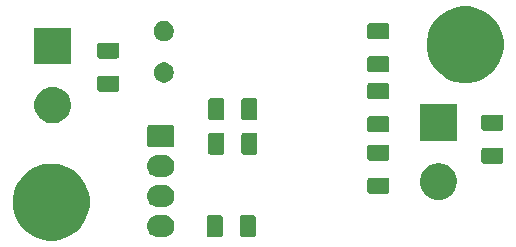
<source format=gbr>
G04 #@! TF.GenerationSoftware,KiCad,Pcbnew,5.1.2-f72e74a~84~ubuntu18.04.1*
G04 #@! TF.CreationDate,2020-01-10T04:29:40+01:00*
G04 #@! TF.ProjectId,BridgeElectrobot,42726964-6765-4456-9c65-6374726f626f,1.0*
G04 #@! TF.SameCoordinates,Original*
G04 #@! TF.FileFunction,Soldermask,Bot*
G04 #@! TF.FilePolarity,Negative*
%FSLAX46Y46*%
G04 Gerber Fmt 4.6, Leading zero omitted, Abs format (unit mm)*
G04 Created by KiCad (PCBNEW 5.1.2-f72e74a~84~ubuntu18.04.1) date 2020-01-10 04:29:40*
%MOMM*%
%LPD*%
G04 APERTURE LIST*
%ADD10C,0.100000*%
G04 APERTURE END LIST*
D10*
G36*
X114045239Y-101840467D02*
G01*
X114359282Y-101902934D01*
X114950926Y-102148001D01*
X115231024Y-102335157D01*
X115483391Y-102503783D01*
X115936217Y-102956609D01*
X115992737Y-103041198D01*
X116291999Y-103489074D01*
X116537066Y-104080718D01*
X116574404Y-104268429D01*
X116662000Y-104708803D01*
X116662000Y-105349197D01*
X116646191Y-105428674D01*
X116537066Y-105977282D01*
X116291999Y-106568926D01*
X115936216Y-107101392D01*
X115483392Y-107554216D01*
X114950926Y-107909999D01*
X114359282Y-108155066D01*
X114045239Y-108217533D01*
X113731197Y-108280000D01*
X113090803Y-108280000D01*
X112776761Y-108217533D01*
X112462718Y-108155066D01*
X111871074Y-107909999D01*
X111338608Y-107554216D01*
X110885784Y-107101392D01*
X110530001Y-106568926D01*
X110284934Y-105977282D01*
X110175809Y-105428674D01*
X110160000Y-105349197D01*
X110160000Y-104708803D01*
X110247596Y-104268429D01*
X110284934Y-104080718D01*
X110530001Y-103489074D01*
X110829263Y-103041198D01*
X110885783Y-102956609D01*
X111338609Y-102503783D01*
X111590976Y-102335157D01*
X111871074Y-102148001D01*
X112462718Y-101902934D01*
X112776761Y-101840467D01*
X113090803Y-101778000D01*
X113731197Y-101778000D01*
X114045239Y-101840467D01*
X114045239Y-101840467D01*
G37*
G36*
X130569604Y-106139347D02*
G01*
X130606144Y-106150432D01*
X130639821Y-106168433D01*
X130669341Y-106192659D01*
X130693567Y-106222179D01*
X130711568Y-106255856D01*
X130722653Y-106292396D01*
X130727000Y-106336538D01*
X130727000Y-107785462D01*
X130722653Y-107829604D01*
X130711568Y-107866144D01*
X130693567Y-107899821D01*
X130669341Y-107929341D01*
X130639821Y-107953567D01*
X130606144Y-107971568D01*
X130569604Y-107982653D01*
X130525462Y-107987000D01*
X129576538Y-107987000D01*
X129532396Y-107982653D01*
X129495856Y-107971568D01*
X129462179Y-107953567D01*
X129432659Y-107929341D01*
X129408433Y-107899821D01*
X129390432Y-107866144D01*
X129379347Y-107829604D01*
X129375000Y-107785462D01*
X129375000Y-106336538D01*
X129379347Y-106292396D01*
X129390432Y-106255856D01*
X129408433Y-106222179D01*
X129432659Y-106192659D01*
X129462179Y-106168433D01*
X129495856Y-106150432D01*
X129532396Y-106139347D01*
X129576538Y-106135000D01*
X130525462Y-106135000D01*
X130569604Y-106139347D01*
X130569604Y-106139347D01*
G37*
G36*
X127769604Y-106139347D02*
G01*
X127806144Y-106150432D01*
X127839821Y-106168433D01*
X127869341Y-106192659D01*
X127893567Y-106222179D01*
X127911568Y-106255856D01*
X127922653Y-106292396D01*
X127927000Y-106336538D01*
X127927000Y-107785462D01*
X127922653Y-107829604D01*
X127911568Y-107866144D01*
X127893567Y-107899821D01*
X127869341Y-107929341D01*
X127839821Y-107953567D01*
X127806144Y-107971568D01*
X127769604Y-107982653D01*
X127725462Y-107987000D01*
X126776538Y-107987000D01*
X126732396Y-107982653D01*
X126695856Y-107971568D01*
X126662179Y-107953567D01*
X126632659Y-107929341D01*
X126608433Y-107899821D01*
X126590432Y-107866144D01*
X126579347Y-107829604D01*
X126575000Y-107785462D01*
X126575000Y-106336538D01*
X126579347Y-106292396D01*
X126590432Y-106255856D01*
X126608433Y-106222179D01*
X126632659Y-106192659D01*
X126662179Y-106168433D01*
X126695856Y-106150432D01*
X126732396Y-106139347D01*
X126776538Y-106135000D01*
X127725462Y-106135000D01*
X127769604Y-106139347D01*
X127769604Y-106139347D01*
G37*
G36*
X123002345Y-106144442D02*
G01*
X123092548Y-106153326D01*
X123266157Y-106205990D01*
X123426156Y-106291511D01*
X123469729Y-106327271D01*
X123566397Y-106406603D01*
X123645729Y-106503271D01*
X123681489Y-106546844D01*
X123767010Y-106706843D01*
X123819674Y-106880452D01*
X123837456Y-107061000D01*
X123819674Y-107241548D01*
X123767010Y-107415157D01*
X123681489Y-107575156D01*
X123645729Y-107618729D01*
X123566397Y-107715397D01*
X123481021Y-107785462D01*
X123426156Y-107830489D01*
X123266157Y-107916010D01*
X123092548Y-107968674D01*
X123002345Y-107977558D01*
X122957245Y-107982000D01*
X122406755Y-107982000D01*
X122361655Y-107977558D01*
X122271452Y-107968674D01*
X122097843Y-107916010D01*
X121937844Y-107830489D01*
X121882979Y-107785462D01*
X121797603Y-107715397D01*
X121718271Y-107618729D01*
X121682511Y-107575156D01*
X121596990Y-107415157D01*
X121544326Y-107241548D01*
X121526544Y-107061000D01*
X121544326Y-106880452D01*
X121596990Y-106706843D01*
X121682511Y-106546844D01*
X121718271Y-106503271D01*
X121797603Y-106406603D01*
X121894271Y-106327271D01*
X121937844Y-106291511D01*
X122097843Y-106205990D01*
X122271452Y-106153326D01*
X122361655Y-106144442D01*
X122406755Y-106140000D01*
X122957245Y-106140000D01*
X123002345Y-106144442D01*
X123002345Y-106144442D01*
G37*
G36*
X123002345Y-103604442D02*
G01*
X123092548Y-103613326D01*
X123266157Y-103665990D01*
X123426156Y-103751511D01*
X123469729Y-103787271D01*
X123566397Y-103866603D01*
X123645729Y-103963271D01*
X123681489Y-104006844D01*
X123767010Y-104166843D01*
X123819674Y-104340452D01*
X123837456Y-104521000D01*
X123819674Y-104701548D01*
X123767010Y-104875157D01*
X123681489Y-105035156D01*
X123645729Y-105078729D01*
X123566397Y-105175397D01*
X123469729Y-105254729D01*
X123426156Y-105290489D01*
X123266157Y-105376010D01*
X123092548Y-105428674D01*
X123002345Y-105437558D01*
X122957245Y-105442000D01*
X122406755Y-105442000D01*
X122361655Y-105437558D01*
X122271452Y-105428674D01*
X122097843Y-105376010D01*
X121937844Y-105290489D01*
X121894271Y-105254729D01*
X121797603Y-105175397D01*
X121718271Y-105078729D01*
X121682511Y-105035156D01*
X121596990Y-104875157D01*
X121544326Y-104701548D01*
X121526544Y-104521000D01*
X121544326Y-104340452D01*
X121596990Y-104166843D01*
X121682511Y-104006844D01*
X121718271Y-103963271D01*
X121797603Y-103866603D01*
X121894271Y-103787271D01*
X121937844Y-103751511D01*
X122097843Y-103665990D01*
X122271452Y-103613326D01*
X122361655Y-103604442D01*
X122406755Y-103600000D01*
X122957245Y-103600000D01*
X123002345Y-103604442D01*
X123002345Y-103604442D01*
G37*
G36*
X146479585Y-101776802D02*
G01*
X146629410Y-101806604D01*
X146911674Y-101923521D01*
X147165705Y-102093259D01*
X147381741Y-102309295D01*
X147551479Y-102563326D01*
X147668396Y-102845590D01*
X147668396Y-102845591D01*
X147728000Y-103145239D01*
X147728000Y-103450761D01*
X147698314Y-103600000D01*
X147668396Y-103750410D01*
X147551479Y-104032674D01*
X147381741Y-104286705D01*
X147165705Y-104502741D01*
X146911674Y-104672479D01*
X146629410Y-104789396D01*
X146479585Y-104819198D01*
X146329761Y-104849000D01*
X146024239Y-104849000D01*
X145874415Y-104819198D01*
X145724590Y-104789396D01*
X145442326Y-104672479D01*
X145188295Y-104502741D01*
X144972259Y-104286705D01*
X144802521Y-104032674D01*
X144685604Y-103750410D01*
X144655686Y-103600000D01*
X144626000Y-103450761D01*
X144626000Y-103145239D01*
X144685604Y-102845591D01*
X144685604Y-102845590D01*
X144802521Y-102563326D01*
X144972259Y-102309295D01*
X145188295Y-102093259D01*
X145442326Y-101923521D01*
X145724590Y-101806604D01*
X145874415Y-101776802D01*
X146024239Y-101747000D01*
X146329761Y-101747000D01*
X146479585Y-101776802D01*
X146479585Y-101776802D01*
G37*
G36*
X141865604Y-102966347D02*
G01*
X141902144Y-102977432D01*
X141935821Y-102995433D01*
X141965341Y-103019659D01*
X141989567Y-103049179D01*
X142007568Y-103082856D01*
X142018653Y-103119396D01*
X142023000Y-103163538D01*
X142023000Y-104112462D01*
X142018653Y-104156604D01*
X142007568Y-104193144D01*
X141989567Y-104226821D01*
X141965341Y-104256341D01*
X141935821Y-104280567D01*
X141902144Y-104298568D01*
X141865604Y-104309653D01*
X141821462Y-104314000D01*
X140372538Y-104314000D01*
X140328396Y-104309653D01*
X140291856Y-104298568D01*
X140258179Y-104280567D01*
X140228659Y-104256341D01*
X140204433Y-104226821D01*
X140186432Y-104193144D01*
X140175347Y-104156604D01*
X140171000Y-104112462D01*
X140171000Y-103163538D01*
X140175347Y-103119396D01*
X140186432Y-103082856D01*
X140204433Y-103049179D01*
X140228659Y-103019659D01*
X140258179Y-102995433D01*
X140291856Y-102977432D01*
X140328396Y-102966347D01*
X140372538Y-102962000D01*
X141821462Y-102962000D01*
X141865604Y-102966347D01*
X141865604Y-102966347D01*
G37*
G36*
X123002345Y-101064442D02*
G01*
X123092548Y-101073326D01*
X123266157Y-101125990D01*
X123426156Y-101211511D01*
X123465256Y-101243600D01*
X123566397Y-101326603D01*
X123645729Y-101423271D01*
X123681489Y-101466844D01*
X123767010Y-101626843D01*
X123819674Y-101800452D01*
X123837456Y-101981000D01*
X123819674Y-102161548D01*
X123767010Y-102335157D01*
X123681489Y-102495156D01*
X123645729Y-102538729D01*
X123566397Y-102635397D01*
X123469729Y-102714729D01*
X123426156Y-102750489D01*
X123266157Y-102836010D01*
X123092548Y-102888674D01*
X123002345Y-102897558D01*
X122957245Y-102902000D01*
X122406755Y-102902000D01*
X122361655Y-102897558D01*
X122271452Y-102888674D01*
X122097843Y-102836010D01*
X121937844Y-102750489D01*
X121894271Y-102714729D01*
X121797603Y-102635397D01*
X121718271Y-102538729D01*
X121682511Y-102495156D01*
X121596990Y-102335157D01*
X121544326Y-102161548D01*
X121526544Y-101981000D01*
X121544326Y-101800452D01*
X121596990Y-101626843D01*
X121682511Y-101466844D01*
X121718271Y-101423271D01*
X121797603Y-101326603D01*
X121898744Y-101243600D01*
X121937844Y-101211511D01*
X122097843Y-101125990D01*
X122271452Y-101073326D01*
X122361655Y-101064442D01*
X122406755Y-101060000D01*
X122957245Y-101060000D01*
X123002345Y-101064442D01*
X123002345Y-101064442D01*
G37*
G36*
X151517604Y-100423347D02*
G01*
X151554144Y-100434432D01*
X151587821Y-100452433D01*
X151617341Y-100476659D01*
X151641567Y-100506179D01*
X151659568Y-100539856D01*
X151670653Y-100576396D01*
X151675000Y-100620538D01*
X151675000Y-101569462D01*
X151670653Y-101613604D01*
X151659568Y-101650144D01*
X151641567Y-101683821D01*
X151617341Y-101713341D01*
X151587821Y-101737567D01*
X151554144Y-101755568D01*
X151517604Y-101766653D01*
X151473462Y-101771000D01*
X150024538Y-101771000D01*
X149980396Y-101766653D01*
X149943856Y-101755568D01*
X149910179Y-101737567D01*
X149880659Y-101713341D01*
X149856433Y-101683821D01*
X149838432Y-101650144D01*
X149827347Y-101613604D01*
X149823000Y-101569462D01*
X149823000Y-100620538D01*
X149827347Y-100576396D01*
X149838432Y-100539856D01*
X149856433Y-100506179D01*
X149880659Y-100476659D01*
X149910179Y-100452433D01*
X149943856Y-100434432D01*
X149980396Y-100423347D01*
X150024538Y-100419000D01*
X151473462Y-100419000D01*
X151517604Y-100423347D01*
X151517604Y-100423347D01*
G37*
G36*
X141865604Y-100166347D02*
G01*
X141902144Y-100177432D01*
X141935821Y-100195433D01*
X141965341Y-100219659D01*
X141989567Y-100249179D01*
X142007568Y-100282856D01*
X142018653Y-100319396D01*
X142023000Y-100363538D01*
X142023000Y-101312462D01*
X142018653Y-101356604D01*
X142007568Y-101393144D01*
X141989567Y-101426821D01*
X141965341Y-101456341D01*
X141935821Y-101480567D01*
X141902144Y-101498568D01*
X141865604Y-101509653D01*
X141821462Y-101514000D01*
X140372538Y-101514000D01*
X140328396Y-101509653D01*
X140291856Y-101498568D01*
X140258179Y-101480567D01*
X140228659Y-101456341D01*
X140204433Y-101426821D01*
X140186432Y-101393144D01*
X140175347Y-101356604D01*
X140171000Y-101312462D01*
X140171000Y-100363538D01*
X140175347Y-100319396D01*
X140186432Y-100282856D01*
X140204433Y-100249179D01*
X140228659Y-100219659D01*
X140258179Y-100195433D01*
X140291856Y-100177432D01*
X140328396Y-100166347D01*
X140372538Y-100162000D01*
X141821462Y-100162000D01*
X141865604Y-100166347D01*
X141865604Y-100166347D01*
G37*
G36*
X127896604Y-99154347D02*
G01*
X127933144Y-99165432D01*
X127966821Y-99183433D01*
X127996341Y-99207659D01*
X128020567Y-99237179D01*
X128038568Y-99270856D01*
X128049653Y-99307396D01*
X128054000Y-99351538D01*
X128054000Y-100800462D01*
X128049653Y-100844604D01*
X128038568Y-100881144D01*
X128020567Y-100914821D01*
X127996341Y-100944341D01*
X127966821Y-100968567D01*
X127933144Y-100986568D01*
X127896604Y-100997653D01*
X127852462Y-101002000D01*
X126903538Y-101002000D01*
X126859396Y-100997653D01*
X126822856Y-100986568D01*
X126789179Y-100968567D01*
X126759659Y-100944341D01*
X126735433Y-100914821D01*
X126717432Y-100881144D01*
X126706347Y-100844604D01*
X126702000Y-100800462D01*
X126702000Y-99351538D01*
X126706347Y-99307396D01*
X126717432Y-99270856D01*
X126735433Y-99237179D01*
X126759659Y-99207659D01*
X126789179Y-99183433D01*
X126822856Y-99165432D01*
X126859396Y-99154347D01*
X126903538Y-99150000D01*
X127852462Y-99150000D01*
X127896604Y-99154347D01*
X127896604Y-99154347D01*
G37*
G36*
X130696604Y-99154347D02*
G01*
X130733144Y-99165432D01*
X130766821Y-99183433D01*
X130796341Y-99207659D01*
X130820567Y-99237179D01*
X130838568Y-99270856D01*
X130849653Y-99307396D01*
X130854000Y-99351538D01*
X130854000Y-100800462D01*
X130849653Y-100844604D01*
X130838568Y-100881144D01*
X130820567Y-100914821D01*
X130796341Y-100944341D01*
X130766821Y-100968567D01*
X130733144Y-100986568D01*
X130696604Y-100997653D01*
X130652462Y-101002000D01*
X129703538Y-101002000D01*
X129659396Y-100997653D01*
X129622856Y-100986568D01*
X129589179Y-100968567D01*
X129559659Y-100944341D01*
X129535433Y-100914821D01*
X129517432Y-100881144D01*
X129506347Y-100844604D01*
X129502000Y-100800462D01*
X129502000Y-99351538D01*
X129506347Y-99307396D01*
X129517432Y-99270856D01*
X129535433Y-99237179D01*
X129559659Y-99207659D01*
X129589179Y-99183433D01*
X129622856Y-99165432D01*
X129659396Y-99154347D01*
X129703538Y-99150000D01*
X130652462Y-99150000D01*
X130696604Y-99154347D01*
X130696604Y-99154347D01*
G37*
G36*
X123691561Y-98523966D02*
G01*
X123724383Y-98533923D01*
X123754632Y-98550092D01*
X123781148Y-98571852D01*
X123802908Y-98598368D01*
X123819077Y-98628617D01*
X123829034Y-98661439D01*
X123833000Y-98701713D01*
X123833000Y-100180287D01*
X123829034Y-100220561D01*
X123819077Y-100253383D01*
X123802908Y-100283632D01*
X123781148Y-100310148D01*
X123754632Y-100331908D01*
X123724383Y-100348077D01*
X123691561Y-100358034D01*
X123651287Y-100362000D01*
X121712713Y-100362000D01*
X121672439Y-100358034D01*
X121639617Y-100348077D01*
X121609368Y-100331908D01*
X121582852Y-100310148D01*
X121561092Y-100283632D01*
X121544923Y-100253383D01*
X121534966Y-100220561D01*
X121531000Y-100180287D01*
X121531000Y-98701713D01*
X121534966Y-98661439D01*
X121544923Y-98628617D01*
X121561092Y-98598368D01*
X121582852Y-98571852D01*
X121609368Y-98550092D01*
X121639617Y-98533923D01*
X121672439Y-98523966D01*
X121712713Y-98520000D01*
X123651287Y-98520000D01*
X123691561Y-98523966D01*
X123691561Y-98523966D01*
G37*
G36*
X147728000Y-99849000D02*
G01*
X144626000Y-99849000D01*
X144626000Y-96747000D01*
X147728000Y-96747000D01*
X147728000Y-99849000D01*
X147728000Y-99849000D01*
G37*
G36*
X141865604Y-97756347D02*
G01*
X141902144Y-97767432D01*
X141935821Y-97785433D01*
X141965341Y-97809659D01*
X141989567Y-97839179D01*
X142007568Y-97872856D01*
X142018653Y-97909396D01*
X142023000Y-97953538D01*
X142023000Y-98902462D01*
X142018653Y-98946604D01*
X142007568Y-98983144D01*
X141989567Y-99016821D01*
X141965341Y-99046341D01*
X141935821Y-99070567D01*
X141902144Y-99088568D01*
X141865604Y-99099653D01*
X141821462Y-99104000D01*
X140372538Y-99104000D01*
X140328396Y-99099653D01*
X140291856Y-99088568D01*
X140258179Y-99070567D01*
X140228659Y-99046341D01*
X140204433Y-99016821D01*
X140186432Y-98983144D01*
X140175347Y-98946604D01*
X140171000Y-98902462D01*
X140171000Y-97953538D01*
X140175347Y-97909396D01*
X140186432Y-97872856D01*
X140204433Y-97839179D01*
X140228659Y-97809659D01*
X140258179Y-97785433D01*
X140291856Y-97767432D01*
X140328396Y-97756347D01*
X140372538Y-97752000D01*
X141821462Y-97752000D01*
X141865604Y-97756347D01*
X141865604Y-97756347D01*
G37*
G36*
X151517604Y-97623347D02*
G01*
X151554144Y-97634432D01*
X151587821Y-97652433D01*
X151617341Y-97676659D01*
X151641567Y-97706179D01*
X151659568Y-97739856D01*
X151670653Y-97776396D01*
X151675000Y-97820538D01*
X151675000Y-98769462D01*
X151670653Y-98813604D01*
X151659568Y-98850144D01*
X151641567Y-98883821D01*
X151617341Y-98913341D01*
X151587821Y-98937567D01*
X151554144Y-98955568D01*
X151517604Y-98966653D01*
X151473462Y-98971000D01*
X150024538Y-98971000D01*
X149980396Y-98966653D01*
X149943856Y-98955568D01*
X149910179Y-98937567D01*
X149880659Y-98913341D01*
X149856433Y-98883821D01*
X149838432Y-98850144D01*
X149827347Y-98813604D01*
X149823000Y-98769462D01*
X149823000Y-97820538D01*
X149827347Y-97776396D01*
X149838432Y-97739856D01*
X149856433Y-97706179D01*
X149880659Y-97676659D01*
X149910179Y-97652433D01*
X149943856Y-97634432D01*
X149980396Y-97623347D01*
X150024538Y-97619000D01*
X151473462Y-97619000D01*
X151517604Y-97623347D01*
X151517604Y-97623347D01*
G37*
G36*
X113840585Y-95299802D02*
G01*
X113990410Y-95329604D01*
X114272674Y-95446521D01*
X114526705Y-95616259D01*
X114742741Y-95832295D01*
X114912479Y-96086326D01*
X115029396Y-96368590D01*
X115089000Y-96668240D01*
X115089000Y-96973760D01*
X115029396Y-97273410D01*
X114912479Y-97555674D01*
X114742741Y-97809705D01*
X114526705Y-98025741D01*
X114272674Y-98195479D01*
X113990410Y-98312396D01*
X113840585Y-98342198D01*
X113690761Y-98372000D01*
X113385239Y-98372000D01*
X113235415Y-98342198D01*
X113085590Y-98312396D01*
X112803326Y-98195479D01*
X112549295Y-98025741D01*
X112333259Y-97809705D01*
X112163521Y-97555674D01*
X112046604Y-97273410D01*
X111987000Y-96973760D01*
X111987000Y-96668240D01*
X112046604Y-96368590D01*
X112163521Y-96086326D01*
X112333259Y-95832295D01*
X112549295Y-95616259D01*
X112803326Y-95446521D01*
X113085590Y-95329604D01*
X113235415Y-95299802D01*
X113385239Y-95270000D01*
X113690761Y-95270000D01*
X113840585Y-95299802D01*
X113840585Y-95299802D01*
G37*
G36*
X130699604Y-96233347D02*
G01*
X130736144Y-96244432D01*
X130769821Y-96262433D01*
X130799341Y-96286659D01*
X130823567Y-96316179D01*
X130841568Y-96349856D01*
X130852653Y-96386396D01*
X130857000Y-96430538D01*
X130857000Y-97879462D01*
X130852653Y-97923604D01*
X130841568Y-97960144D01*
X130823567Y-97993821D01*
X130799341Y-98023341D01*
X130769821Y-98047567D01*
X130736144Y-98065568D01*
X130699604Y-98076653D01*
X130655462Y-98081000D01*
X129706538Y-98081000D01*
X129662396Y-98076653D01*
X129625856Y-98065568D01*
X129592179Y-98047567D01*
X129562659Y-98023341D01*
X129538433Y-97993821D01*
X129520432Y-97960144D01*
X129509347Y-97923604D01*
X129505000Y-97879462D01*
X129505000Y-96430538D01*
X129509347Y-96386396D01*
X129520432Y-96349856D01*
X129538433Y-96316179D01*
X129562659Y-96286659D01*
X129592179Y-96262433D01*
X129625856Y-96244432D01*
X129662396Y-96233347D01*
X129706538Y-96229000D01*
X130655462Y-96229000D01*
X130699604Y-96233347D01*
X130699604Y-96233347D01*
G37*
G36*
X127899604Y-96233347D02*
G01*
X127936144Y-96244432D01*
X127969821Y-96262433D01*
X127999341Y-96286659D01*
X128023567Y-96316179D01*
X128041568Y-96349856D01*
X128052653Y-96386396D01*
X128057000Y-96430538D01*
X128057000Y-97879462D01*
X128052653Y-97923604D01*
X128041568Y-97960144D01*
X128023567Y-97993821D01*
X127999341Y-98023341D01*
X127969821Y-98047567D01*
X127936144Y-98065568D01*
X127899604Y-98076653D01*
X127855462Y-98081000D01*
X126906538Y-98081000D01*
X126862396Y-98076653D01*
X126825856Y-98065568D01*
X126792179Y-98047567D01*
X126762659Y-98023341D01*
X126738433Y-97993821D01*
X126720432Y-97960144D01*
X126709347Y-97923604D01*
X126705000Y-97879462D01*
X126705000Y-96430538D01*
X126709347Y-96386396D01*
X126720432Y-96349856D01*
X126738433Y-96316179D01*
X126762659Y-96286659D01*
X126792179Y-96262433D01*
X126825856Y-96244432D01*
X126862396Y-96233347D01*
X126906538Y-96229000D01*
X127855462Y-96229000D01*
X127899604Y-96233347D01*
X127899604Y-96233347D01*
G37*
G36*
X141865604Y-94956347D02*
G01*
X141902144Y-94967432D01*
X141935821Y-94985433D01*
X141965341Y-95009659D01*
X141989567Y-95039179D01*
X142007568Y-95072856D01*
X142018653Y-95109396D01*
X142023000Y-95153538D01*
X142023000Y-96102462D01*
X142018653Y-96146604D01*
X142007568Y-96183144D01*
X141989567Y-96216821D01*
X141965341Y-96246341D01*
X141935821Y-96270567D01*
X141902144Y-96288568D01*
X141865604Y-96299653D01*
X141821462Y-96304000D01*
X140372538Y-96304000D01*
X140328396Y-96299653D01*
X140291856Y-96288568D01*
X140258179Y-96270567D01*
X140228659Y-96246341D01*
X140204433Y-96216821D01*
X140186432Y-96183144D01*
X140175347Y-96146604D01*
X140171000Y-96102462D01*
X140171000Y-95153538D01*
X140175347Y-95109396D01*
X140186432Y-95072856D01*
X140204433Y-95039179D01*
X140228659Y-95009659D01*
X140258179Y-94985433D01*
X140291856Y-94967432D01*
X140328396Y-94956347D01*
X140372538Y-94952000D01*
X141821462Y-94952000D01*
X141865604Y-94956347D01*
X141865604Y-94956347D01*
G37*
G36*
X119005604Y-94324347D02*
G01*
X119042144Y-94335432D01*
X119075821Y-94353433D01*
X119105341Y-94377659D01*
X119129567Y-94407179D01*
X119147568Y-94440856D01*
X119158653Y-94477396D01*
X119163000Y-94521538D01*
X119163000Y-95470462D01*
X119158653Y-95514604D01*
X119147568Y-95551144D01*
X119129567Y-95584821D01*
X119105341Y-95614341D01*
X119075821Y-95638567D01*
X119042144Y-95656568D01*
X119005604Y-95667653D01*
X118961462Y-95672000D01*
X117512538Y-95672000D01*
X117468396Y-95667653D01*
X117431856Y-95656568D01*
X117398179Y-95638567D01*
X117368659Y-95614341D01*
X117344433Y-95584821D01*
X117326432Y-95551144D01*
X117315347Y-95514604D01*
X117311000Y-95470462D01*
X117311000Y-94521538D01*
X117315347Y-94477396D01*
X117326432Y-94440856D01*
X117344433Y-94407179D01*
X117368659Y-94377659D01*
X117398179Y-94353433D01*
X117431856Y-94335432D01*
X117468396Y-94324347D01*
X117512538Y-94320000D01*
X118961462Y-94320000D01*
X119005604Y-94324347D01*
X119005604Y-94324347D01*
G37*
G36*
X149097239Y-88505467D02*
G01*
X149411282Y-88567934D01*
X150002926Y-88813001D01*
X150535392Y-89168784D01*
X150988216Y-89621608D01*
X151343999Y-90154074D01*
X151589066Y-90745718D01*
X151651533Y-91059761D01*
X151700344Y-91305148D01*
X151714000Y-91373804D01*
X151714000Y-92014196D01*
X151589066Y-92642282D01*
X151343999Y-93233926D01*
X150988216Y-93766392D01*
X150535392Y-94219216D01*
X150002926Y-94574999D01*
X149411282Y-94820066D01*
X149163791Y-94869295D01*
X148783197Y-94945000D01*
X148142803Y-94945000D01*
X147762209Y-94869295D01*
X147514718Y-94820066D01*
X146923074Y-94574999D01*
X146390608Y-94219216D01*
X145937784Y-93766392D01*
X145582001Y-93233926D01*
X145336934Y-92642282D01*
X145212000Y-92014196D01*
X145212000Y-91373804D01*
X145225657Y-91305148D01*
X145274467Y-91059761D01*
X145336934Y-90745718D01*
X145582001Y-90154074D01*
X145937784Y-89621608D01*
X146390608Y-89168784D01*
X146923074Y-88813001D01*
X147514718Y-88567934D01*
X147828761Y-88505467D01*
X148142803Y-88443000D01*
X148783197Y-88443000D01*
X149097239Y-88505467D01*
X149097239Y-88505467D01*
G37*
G36*
X123184228Y-93232703D02*
G01*
X123339100Y-93296853D01*
X123478481Y-93389985D01*
X123597015Y-93508519D01*
X123690147Y-93647900D01*
X123754297Y-93802772D01*
X123787000Y-93967184D01*
X123787000Y-94134816D01*
X123754297Y-94299228D01*
X123690147Y-94454100D01*
X123597015Y-94593481D01*
X123478481Y-94712015D01*
X123339100Y-94805147D01*
X123184228Y-94869297D01*
X123019816Y-94902000D01*
X122852184Y-94902000D01*
X122687772Y-94869297D01*
X122532900Y-94805147D01*
X122393519Y-94712015D01*
X122274985Y-94593481D01*
X122181853Y-94454100D01*
X122117703Y-94299228D01*
X122085000Y-94134816D01*
X122085000Y-93967184D01*
X122117703Y-93802772D01*
X122181853Y-93647900D01*
X122274985Y-93508519D01*
X122393519Y-93389985D01*
X122532900Y-93296853D01*
X122687772Y-93232703D01*
X122852184Y-93200000D01*
X123019816Y-93200000D01*
X123184228Y-93232703D01*
X123184228Y-93232703D01*
G37*
G36*
X141865604Y-92679347D02*
G01*
X141902144Y-92690432D01*
X141935821Y-92708433D01*
X141965341Y-92732659D01*
X141989567Y-92762179D01*
X142007568Y-92795856D01*
X142018653Y-92832396D01*
X142023000Y-92876538D01*
X142023000Y-93825462D01*
X142018653Y-93869604D01*
X142007568Y-93906144D01*
X141989567Y-93939821D01*
X141965341Y-93969341D01*
X141935821Y-93993567D01*
X141902144Y-94011568D01*
X141865604Y-94022653D01*
X141821462Y-94027000D01*
X140372538Y-94027000D01*
X140328396Y-94022653D01*
X140291856Y-94011568D01*
X140258179Y-93993567D01*
X140228659Y-93969341D01*
X140204433Y-93939821D01*
X140186432Y-93906144D01*
X140175347Y-93869604D01*
X140171000Y-93825462D01*
X140171000Y-92876538D01*
X140175347Y-92832396D01*
X140186432Y-92795856D01*
X140204433Y-92762179D01*
X140228659Y-92732659D01*
X140258179Y-92708433D01*
X140291856Y-92690432D01*
X140328396Y-92679347D01*
X140372538Y-92675000D01*
X141821462Y-92675000D01*
X141865604Y-92679347D01*
X141865604Y-92679347D01*
G37*
G36*
X115089000Y-93372000D02*
G01*
X111987000Y-93372000D01*
X111987000Y-90270000D01*
X115089000Y-90270000D01*
X115089000Y-93372000D01*
X115089000Y-93372000D01*
G37*
G36*
X119005604Y-91524347D02*
G01*
X119042144Y-91535432D01*
X119075821Y-91553433D01*
X119105341Y-91577659D01*
X119129567Y-91607179D01*
X119147568Y-91640856D01*
X119158653Y-91677396D01*
X119163000Y-91721538D01*
X119163000Y-92670462D01*
X119158653Y-92714604D01*
X119147568Y-92751144D01*
X119129567Y-92784821D01*
X119105341Y-92814341D01*
X119075821Y-92838567D01*
X119042144Y-92856568D01*
X119005604Y-92867653D01*
X118961462Y-92872000D01*
X117512538Y-92872000D01*
X117468396Y-92867653D01*
X117431856Y-92856568D01*
X117398179Y-92838567D01*
X117368659Y-92814341D01*
X117344433Y-92784821D01*
X117326432Y-92751144D01*
X117315347Y-92714604D01*
X117311000Y-92670462D01*
X117311000Y-91721538D01*
X117315347Y-91677396D01*
X117326432Y-91640856D01*
X117344433Y-91607179D01*
X117368659Y-91577659D01*
X117398179Y-91553433D01*
X117431856Y-91535432D01*
X117468396Y-91524347D01*
X117512538Y-91520000D01*
X118961462Y-91520000D01*
X119005604Y-91524347D01*
X119005604Y-91524347D01*
G37*
G36*
X123184228Y-89732703D02*
G01*
X123339100Y-89796853D01*
X123478481Y-89889985D01*
X123597015Y-90008519D01*
X123690147Y-90147900D01*
X123754297Y-90302772D01*
X123787000Y-90467184D01*
X123787000Y-90634816D01*
X123754297Y-90799228D01*
X123690147Y-90954100D01*
X123597015Y-91093481D01*
X123478481Y-91212015D01*
X123339100Y-91305147D01*
X123184228Y-91369297D01*
X123019816Y-91402000D01*
X122852184Y-91402000D01*
X122687772Y-91369297D01*
X122532900Y-91305147D01*
X122393519Y-91212015D01*
X122274985Y-91093481D01*
X122181853Y-90954100D01*
X122117703Y-90799228D01*
X122085000Y-90634816D01*
X122085000Y-90467184D01*
X122117703Y-90302772D01*
X122181853Y-90147900D01*
X122274985Y-90008519D01*
X122393519Y-89889985D01*
X122532900Y-89796853D01*
X122687772Y-89732703D01*
X122852184Y-89700000D01*
X123019816Y-89700000D01*
X123184228Y-89732703D01*
X123184228Y-89732703D01*
G37*
G36*
X141865604Y-89879347D02*
G01*
X141902144Y-89890432D01*
X141935821Y-89908433D01*
X141965341Y-89932659D01*
X141989567Y-89962179D01*
X142007568Y-89995856D01*
X142018653Y-90032396D01*
X142023000Y-90076538D01*
X142023000Y-91025462D01*
X142018653Y-91069604D01*
X142007568Y-91106144D01*
X141989567Y-91139821D01*
X141965341Y-91169341D01*
X141935821Y-91193567D01*
X141902144Y-91211568D01*
X141865604Y-91222653D01*
X141821462Y-91227000D01*
X140372538Y-91227000D01*
X140328396Y-91222653D01*
X140291856Y-91211568D01*
X140258179Y-91193567D01*
X140228659Y-91169341D01*
X140204433Y-91139821D01*
X140186432Y-91106144D01*
X140175347Y-91069604D01*
X140171000Y-91025462D01*
X140171000Y-90076538D01*
X140175347Y-90032396D01*
X140186432Y-89995856D01*
X140204433Y-89962179D01*
X140228659Y-89932659D01*
X140258179Y-89908433D01*
X140291856Y-89890432D01*
X140328396Y-89879347D01*
X140372538Y-89875000D01*
X141821462Y-89875000D01*
X141865604Y-89879347D01*
X141865604Y-89879347D01*
G37*
M02*

</source>
